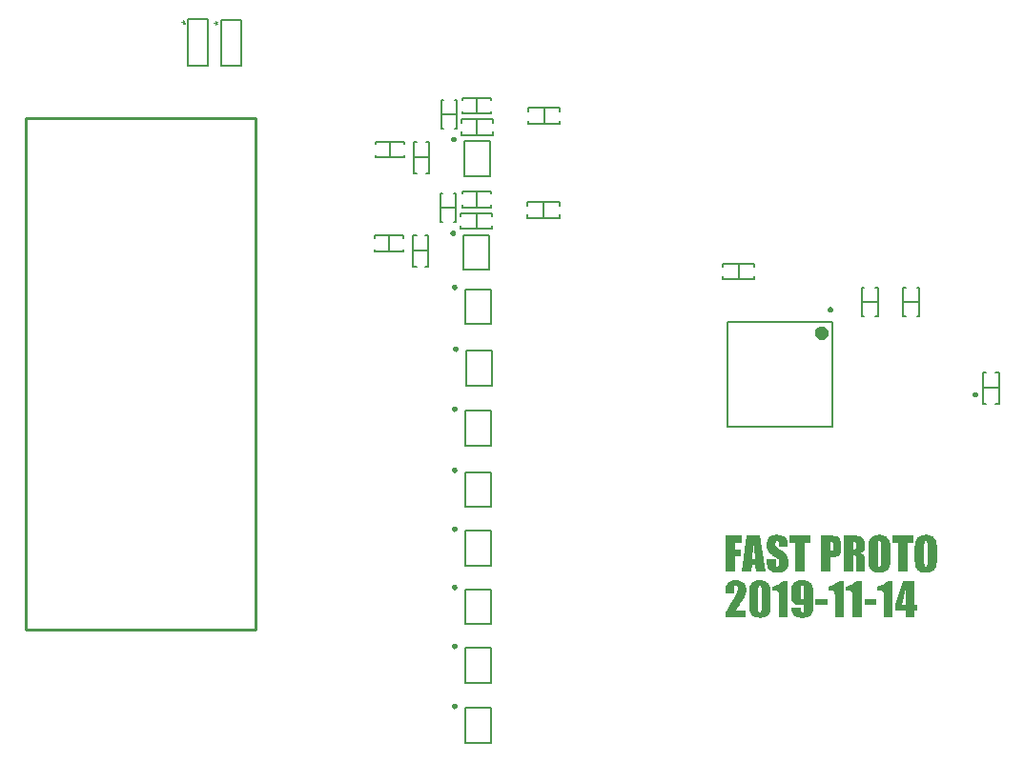
<source format=gto>
%FSTAX23Y23*%
%MOIN*%
%SFA1B1*%

%IPPOS*%
%ADD10C,0.009840*%
%ADD11C,0.023620*%
%ADD12C,0.010000*%
%ADD13C,0.005910*%
%ADD14C,0.007870*%
%LNsg_can_board-1*%
%LPD*%
G36*
X02629Y00838D02*
X02631D01*
X02633Y00837*
X02637Y00837*
X02641Y00836*
X02644Y00835*
X02648Y00834*
X02648*
X02648Y00834*
X02649Y00833*
X02651Y00832*
X02653Y00831*
X02655Y00829*
X02657Y00828*
X02659Y00825*
X0266Y00823*
X0266Y00823*
X0266Y00822*
X02661Y0082*
X02662Y00818*
X02662Y00817*
X02662Y00815*
X02662Y00813*
X02662Y00811*
X02663Y00809*
X02663Y00807*
X02663Y00804*
Y00801*
Y00797*
X02632*
Y00806*
Y00806*
Y00807*
Y00808*
X02632Y00809*
X02632Y00812*
X02631Y00813*
X02631Y00814*
Y00815*
X02631Y00815*
X0263Y00815*
X02629Y00816*
X02628Y00816*
X02627*
X02625Y00816*
X02624Y00815*
X02623Y00815*
X02623Y00814*
Y00814*
X02622Y00813*
X02622Y00813*
X02622Y00812*
X02622Y00811*
X02621Y0081*
X02621Y00808*
Y00806*
Y00806*
Y00805*
X02621Y00804*
Y00803*
X02622Y008*
X02622Y00798*
X02623Y00797*
X02623Y00797*
X02623Y00796*
X02624Y00795*
X02625Y00795*
X02626Y00793*
X02627Y00792*
X02629Y00791*
X02632Y00789*
X02632Y00789*
X02633Y00789*
X02634Y00788*
X02636Y00787*
X02637Y00786*
X02639Y00785*
X02644Y00781*
X02649Y00778*
X02653Y00774*
X02655Y00772*
X02657Y00771*
X02659Y00769*
X0266Y00767*
Y00767*
X0266Y00767*
X0266Y00766*
X02661Y00766*
X02661Y00765*
X02662Y00764*
X02662Y00762*
X02663Y00761*
X02663Y00759*
X02664Y00757*
X02664Y00755*
X02665Y00752*
X02665Y0075*
X02666Y00747*
X02666Y00744*
Y0074*
Y0074*
Y0074*
Y00739*
Y00738*
X02666Y00737*
Y00735*
X02665Y00733*
X02665Y00729*
X02664Y00726*
X02664Y00723*
X02662Y0072*
X02662Y0072*
X02662Y00719*
X02661Y00718*
X0266Y00717*
X02658Y00715*
X02656Y00713*
X02653Y00711*
X0265Y00709*
X0265*
X0265Y00709*
X02649Y00709*
X02648Y00709*
X02647Y00708*
X02644Y00707*
X02641Y00707*
X02637Y00706*
X02633Y00705*
X02629Y00705*
X02627*
X02626Y00705*
X02624*
X02621Y00706*
X02617Y00706*
X02614Y00707*
X0261Y00708*
X02606Y0071*
X02606*
X02606Y0071*
X02605Y00711*
X02603Y00712*
X02601Y00713*
X02599Y00715*
X02597Y00718*
X02595Y0072*
X02594Y00723*
Y00723*
X02594Y00723*
X02593Y00724*
X02593Y00726*
X02592Y00729*
X02592Y00732*
X02591Y00736*
X02591Y0074*
X02591Y00745*
Y00754*
X02622*
Y00738*
Y00737*
Y00737*
Y00735*
X02622Y00734*
X02622Y00732*
X02622Y00731*
X02623Y00729*
X02623Y00729*
X02623Y00728*
X02624Y00728*
X02626Y00727*
X02627Y00727*
X02628Y00727*
X02628*
X02629Y00727*
X02629Y00727*
X02631Y00728*
X02632Y00728*
X02633Y00729*
Y00729*
X02633Y0073*
X02633Y0073*
X02633Y00731*
X02634Y00732*
X02634Y00733*
X02634Y00735*
Y00737*
Y00737*
Y00737*
Y00738*
Y00739*
X02634Y00741*
X02634Y00743*
X02633Y00745*
X02633Y00748*
X02632Y0075*
X02632Y00751*
X02631Y00752*
X02631Y00752*
X0263Y00752*
X02629Y00753*
X02628Y00754*
X02626Y00756*
X02623Y00758*
X02622Y00759*
X0262Y0076*
X02618Y00762*
X02616Y00763*
X02615Y00763*
X02615Y00764*
X02615Y00764*
X02614Y00764*
X02611Y00766*
X02609Y00768*
X02606Y0077*
X02603Y00772*
X02601Y00773*
X026Y00774*
X02599Y00775*
X02599Y00775*
X02598Y00776*
X02598Y00776*
X02597Y00778*
X02596Y00779*
X02595Y00781*
X02594Y00783*
X02593Y00785*
X02592Y00786*
X02592Y00787*
X02592Y00788*
X02591Y0079*
X02591Y00792*
X0259Y00795*
X0259Y00798*
X0259Y00802*
Y00802*
Y00803*
Y00803*
Y00804*
X0259Y00806*
Y00807*
X02591Y0081*
X02591Y00814*
X02592Y00817*
X02592Y0082*
X02593Y00822*
X02594Y00823*
X02594Y00824*
X02594Y00824*
X02595Y00826*
X02597Y00827*
X02598Y00829*
X026Y00831*
X02603Y00832*
X02606Y00834*
X02606*
X02606Y00834*
X02607Y00835*
X02609Y00835*
X02611Y00836*
X02614Y00837*
X02618Y00837*
X02622Y00838*
X02626Y00838*
X02628*
X02629Y00838*
G37*
G36*
X03102Y0081D02*
X03082D01*
Y00708*
X03049*
Y0081*
X03029*
Y00835*
X03102*
Y0081*
G37*
G36*
X02893Y00835D02*
X02896D01*
X02901Y00835*
X02907Y00835*
X02909Y00834*
X02911Y00834*
X02913Y00834*
X02915Y00834*
X02915*
X02916Y00833*
X02918Y00833*
X0292Y00832*
X02922Y0083*
X02924Y00829*
X02926Y00827*
X02929Y00824*
X02929Y00824*
X02929Y00823*
X0293Y00823*
X0293Y00822*
X0293Y00821*
X02931Y0082*
X02931Y00818*
X02932Y00817*
X02932Y00815*
X02933Y00813*
X02933Y00811*
X02933Y00809*
X02934Y00806*
X02934Y00803*
Y00801*
Y008*
Y008*
Y00799*
Y00798*
X02934Y00797*
Y00796*
X02933Y00793*
X02933Y00789*
X02932Y00786*
X02931Y00783*
X02931Y00782*
X0293Y0078*
X0293Y0078*
X02929Y0078*
X02928Y00779*
X02927Y00778*
X02925Y00777*
X02922Y00776*
X02919Y00775*
X02916Y00774*
X02916*
X02916Y00774*
X02916*
X02917Y00774*
X02919Y00773*
X02921Y00773*
X02923Y00772*
X02925Y0077*
X02927Y00769*
X02929Y00768*
X02929Y00768*
X02929Y00767*
X0293Y00766*
X0293Y00765*
X02932Y00763*
X02933Y00762*
X02933Y0076*
Y0076*
X02933Y0076*
X02933Y00758*
X02934Y00757*
Y00756*
Y00754*
X02934Y00753*
Y00751*
X02934Y00749*
Y00747*
Y00744*
Y00741*
Y00708*
X02903*
Y0075*
Y0075*
Y00751*
Y00751*
Y00752*
Y00754*
X02903Y00756*
X02903Y00758*
X02902Y0076*
X02902Y00762*
X02902Y00762*
X02901Y00763*
Y00763*
X02901Y00763*
X02901Y00764*
X029Y00764*
X02899Y00765*
X02897Y00765*
X02895Y00765*
X02893Y00765*
Y00708*
X0286*
Y00835*
X02891*
X02893Y00835*
G37*
G36*
X02817D02*
X0282D01*
X02823Y00835*
X02827Y00834*
X0283Y00834*
X02833Y00833*
X02833Y00833*
X02834Y00833*
X02836Y00832*
X02837Y00832*
X02839Y00831*
X02841Y0083*
X02842Y00828*
X02844Y00827*
X02844Y00827*
X02844Y00826*
X02845Y00825*
X02846Y00824*
X02847Y00823*
X02848Y00821*
X02848Y00819*
X02849Y00817*
Y00817*
X02849Y00816*
X02849Y00815*
X0285Y00813*
X0285Y0081*
X0285Y00807*
X0285Y00804*
Y008*
Y00789*
Y00788*
Y00788*
Y00787*
Y00787*
X0285Y00784*
X0285Y00782*
X0285Y00779*
X02849Y00776*
X02849Y00773*
X02848Y00771*
X02848Y0077*
X02847Y0077*
X02847Y00769*
X02846Y00768*
X02844Y00766*
X02843Y00765*
X02841Y00763*
X02838Y00762*
X02838Y00762*
X02837Y00762*
X02836Y00761*
X02834Y00761*
X02831Y0076*
X02828Y0076*
X02825Y00759*
X02821Y00759*
X02812*
Y00708*
X02779*
Y00835*
X02815*
X02817Y00835*
G37*
G36*
X02743Y0081D02*
X02723D01*
Y00708*
X0269*
Y0081*
X0267*
Y00835*
X02743*
Y0081*
G37*
G36*
X02587Y00708D02*
X02553D01*
X02551Y00731*
X02539*
X02537Y00708*
X02503*
X0252Y00835*
X02568*
X02587Y00708*
G37*
G36*
X02503Y0081D02*
X0248D01*
Y00786*
X025*
Y00761*
X0248*
Y00708*
X02447*
Y00835*
X02503*
Y0081*
G37*
G36*
X0315Y00838D02*
X03153Y00838D01*
X03155Y00837*
X03159Y00836*
X03162Y00836*
X03165Y00834*
X03165*
X03165Y00834*
X03166Y00834*
X03168Y00833*
X0317Y00832*
X03172Y00831*
X03174Y00829*
X03176Y00827*
X03178Y00824*
X03178Y00824*
X03179Y00823*
X0318Y00822*
X03181Y0082*
X03182Y00818*
X03183Y00815*
X03183Y00813*
X03184Y0081*
Y00809*
X03184Y00809*
Y00808*
Y00807*
X03184Y00806*
Y00805*
X03184Y00803*
X03185Y00802*
Y008*
X03185Y00797*
Y00795*
Y00792*
X03185Y00789*
Y00786*
Y00782*
Y0076*
Y0076*
Y0076*
Y00759*
Y00757*
Y00756*
Y00754*
Y00752*
X03185Y0075*
Y00746*
X03185Y00741*
X03184Y00737*
X03184Y00735*
X03184Y00733*
Y00733*
X03184Y00732*
X03184Y0073*
X03183Y00728*
X03182Y00726*
X03181Y00724*
X0318Y00721*
X03178Y00719*
X03178Y00718*
X03177Y00717*
X03176Y00716*
X03175Y00715*
X03173Y00713*
X03171Y00712*
X03168Y0071*
X03165Y00709*
X03165Y00708*
X03164Y00708*
X03162Y00707*
X0316Y00707*
X03157Y00706*
X03154Y00706*
X0315Y00705*
X03147Y00705*
X03145*
X03143Y00705*
X0314Y00705*
X03138Y00706*
X03135Y00707*
X03131Y00707*
X03128Y00708*
X03128Y00709*
X03127Y00709*
X03125Y0071*
X03123Y00711*
X03121Y00712*
X03119Y00714*
X03117Y00716*
X03115Y00718*
X03115Y00719*
X03114Y00719*
X03113Y00721*
X03112Y00723*
X03111Y00725*
X0311Y00727*
X0311Y0073*
X03109Y00733*
Y00733*
Y00733*
Y00734*
X03109Y00734*
Y00735*
X03109Y00736*
Y00738*
Y00739*
X03109Y00741*
Y00743*
X03108Y00745*
Y00748*
X03108Y00751*
Y00754*
Y00757*
Y0076*
Y00782*
Y00782*
Y00783*
Y00784*
Y00785*
Y00787*
Y00789*
Y00791*
X03108Y00793*
Y00797*
X03109Y00802*
X03109Y00806*
Y00808*
X03109Y00809*
Y0081*
Y0081*
X03109Y00811*
X0311Y00812*
X0311Y00814*
X03111Y00817*
X03112Y00819*
X03113Y00821*
X03115Y00824*
X03115Y00824*
X03116Y00825*
X03117Y00826*
X03118Y00828*
X0312Y0083*
X03122Y00831*
X03125Y00833*
X03128Y00834*
X03128*
X03128Y00834*
X03129Y00835*
X03131Y00835*
X03133Y00836*
X03136Y00837*
X03139Y00837*
X03143Y00838*
X03147Y00838*
X03148*
X0315Y00838*
G37*
G36*
X02988D02*
X0299Y00838D01*
X02993Y00837*
X02996Y00836*
X02999Y00836*
X03002Y00834*
X03003*
X03003Y00834*
X03004Y00834*
X03005Y00833*
X03007Y00832*
X03009Y00831*
X03011Y00829*
X03014Y00827*
X03016Y00824*
X03016Y00824*
X03016Y00823*
X03017Y00822*
X03018Y0082*
X03019Y00818*
X0302Y00815*
X03021Y00813*
X03021Y0081*
Y00809*
X03022Y00809*
Y00808*
Y00807*
X03022Y00806*
Y00805*
X03022Y00803*
X03022Y00802*
Y008*
X03022Y00797*
Y00795*
Y00792*
X03022Y00789*
Y00786*
Y00782*
Y0076*
Y0076*
Y0076*
Y00759*
Y00757*
Y00756*
Y00754*
Y00752*
X03022Y0075*
Y00746*
X03022Y00741*
X03022Y00737*
X03022Y00735*
X03022Y00733*
Y00733*
X03021Y00732*
X03021Y0073*
X0302Y00728*
X0302Y00726*
X03019Y00724*
X03017Y00721*
X03016Y00719*
X03016Y00718*
X03015Y00717*
X03014Y00716*
X03012Y00715*
X0301Y00713*
X03008Y00712*
X03006Y0071*
X03003Y00709*
X03002Y00708*
X03001Y00708*
X03Y00707*
X02998Y00707*
X02995Y00706*
X02991Y00706*
X02988Y00705*
X02984Y00705*
X02982*
X0298Y00705*
X02978Y00705*
X02975Y00706*
X02972Y00707*
X02969Y00707*
X02966Y00708*
X02965Y00709*
X02964Y00709*
X02963Y0071*
X02961Y00711*
X02959Y00712*
X02957Y00714*
X02955Y00716*
X02953Y00718*
X02952Y00719*
X02952Y00719*
X02951Y00721*
X0295Y00723*
X02949Y00725*
X02948Y00727*
X02947Y0073*
X02947Y00733*
Y00733*
Y00733*
Y00734*
X02946Y00734*
Y00735*
X02946Y00736*
Y00738*
Y00739*
X02946Y00741*
Y00743*
X02946Y00745*
Y00748*
X02946Y00751*
Y00754*
Y00757*
Y0076*
Y00782*
Y00782*
Y00783*
Y00784*
Y00785*
Y00787*
Y00789*
Y00791*
X02946Y00793*
Y00797*
X02946Y00802*
X02946Y00806*
Y00808*
X02946Y00809*
Y0081*
Y0081*
X02947Y00811*
X02947Y00812*
X02948Y00814*
X02948Y00817*
X02949Y00819*
X0295Y00821*
X02952Y00824*
X02952Y00824*
X02953Y00825*
X02954Y00826*
X02956Y00828*
X02957Y0083*
X0296Y00831*
X02962Y00833*
X02965Y00834*
X02965*
X02965Y00834*
X02967Y00835*
X02968Y00835*
X02971Y00836*
X02973Y00837*
X02977Y00837*
X0298Y00838*
X02984Y00838*
X02986*
X02988Y00838*
G37*
G36*
X02973Y00591D02*
X02932D01*
Y00613*
X02973*
Y00591*
G37*
G36*
X02803D02*
X02761D01*
Y00613*
X02803*
Y00591*
G37*
G36*
X02717Y00679D02*
X02718D01*
X02721Y00679*
X02724Y00679*
X02728Y00678*
X02731Y00677*
X02734Y00676*
X02735*
X02735Y00676*
X02736Y00675*
X02737Y00674*
X02739Y00673*
X02741Y00672*
X02743Y0067*
X02745Y00668*
X02747Y00666*
X02747Y00665*
X02748Y00665*
X02749Y00663*
X0275Y00662*
X0275Y00659*
X02751Y00657*
X02752Y00654*
X02752Y00652*
Y00651*
Y00651*
X02753Y0065*
Y00649*
Y00648*
X02753Y00647*
Y00645*
Y00644*
X02753Y00642*
Y00639*
Y00637*
X02753Y00634*
Y00631*
Y00627*
Y00623*
Y00606*
Y00606*
Y00605*
Y00604*
Y00602*
Y006*
Y00598*
Y00596*
Y00593*
X02753Y00588*
X02753Y00583*
Y00581*
X02753Y00579*
Y00577*
X02752Y00575*
Y00575*
X02752Y00574*
X02752Y00572*
X02752Y0057*
X02751Y00568*
X0275Y00566*
X02749Y00563*
X02747Y00561*
X02747Y0056*
X02746Y00559*
X02745Y00558*
X02744Y00557*
X02742Y00555*
X02739Y00553*
X02737Y00552*
X02734Y0055*
X02733Y0055*
X02732Y0055*
X02731Y00549*
X02728Y00549*
X02726Y00548*
X02722Y00548*
X02719Y00547*
X02715Y00547*
X02713*
X02711Y00547*
X0271*
X02707Y00548*
X02703Y00548*
X027Y00549*
X02696Y0055*
X02693Y00551*
X02692Y00551*
X02691Y00552*
X0269Y00553*
X02688Y00554*
X02686Y00556*
X02684Y00558*
X02682Y00561*
X0268Y00563*
Y00564*
X0268Y00564*
X0268Y00565*
X02679Y00567*
X02679Y00569*
X02678Y00572*
X02677Y00575*
X02677Y00579*
X02677Y00584*
X02709*
Y00583*
Y00583*
Y00582*
Y00581*
Y00579*
Y00577*
Y00575*
X02709Y00573*
Y00572*
Y00572*
Y00572*
X02709Y00571*
X0271Y0057*
X02711Y00568*
X02711Y00568*
X02712Y00568*
X02713Y00567*
X02715Y00567*
X02716*
X02717Y00567*
X02718Y00567*
X02719Y00568*
X02719Y00568*
X0272Y00569*
X02721Y0057*
X02721Y00572*
Y00572*
Y00573*
X02721Y00573*
Y00574*
Y00575*
X02721Y00577*
Y00579*
Y00582*
Y00602*
X02721Y00602*
X02721Y00601*
X0272Y006*
X02719Y00599*
X02719Y00598*
X02717Y00597*
X02716Y00595*
X02714Y00594*
X02714Y00594*
X02713Y00594*
X02712Y00594*
X02711Y00593*
X02709Y00592*
X02707Y00592*
X02705Y00592*
X02702Y00592*
X02701*
X02699Y00592*
X02697Y00592*
X02695Y00593*
X02692Y00594*
X0269Y00595*
X02687Y00596*
X02687Y00596*
X02686Y00597*
X02685Y00598*
X02683Y006*
X02682Y00601*
X02681Y00603*
X02679Y00605*
X02678Y00608*
Y00608*
X02678Y00609*
X02678Y0061*
X02678Y00612*
X02677Y00615*
X02677Y00618*
X02677Y00622*
Y00626*
Y00636*
Y00636*
Y00636*
Y00637*
Y00638*
Y00639*
Y0064*
X02677Y00643*
Y00647*
X02677Y0065*
X02677Y00653*
X02678Y00656*
Y00656*
X02678Y00657*
X02678Y00658*
X02679Y0066*
X0268Y00662*
X0268Y00664*
X02682Y00666*
X02683Y00668*
X02683Y00668*
X02684Y00669*
X02685Y0067*
X02686Y00671*
X02688Y00672*
X0269Y00674*
X02693Y00675*
X02695Y00676*
X02696*
X02696Y00677*
X02697Y00677*
X02699Y00677*
X02701Y00678*
X02703Y00679*
X02706Y00679*
X0271Y00679*
X02714Y0068*
X02716*
X02717Y00679*
G37*
G36*
X03108Y00594D02*
X03117D01*
Y00572*
X03108*
Y0055*
X03076*
Y00572*
X03039*
Y00594*
X03066Y00677*
X03108*
Y00594*
G37*
G36*
X03031Y0055D02*
X02999D01*
Y00618*
Y00618*
Y00619*
Y00619*
Y0062*
Y00621*
Y00623*
Y00626*
X02999Y00629*
X02999Y00632*
Y00633*
X02999Y00634*
Y00635*
X02998Y00636*
Y00636*
X02998Y00636*
X02998Y00637*
X02997Y00638*
X02996Y00639*
X02996Y0064*
X02994Y0064*
X02994*
X02994Y0064*
X02993Y00641*
X02991Y00641*
X0299Y00641*
X02987Y00642*
X02984Y00642*
X02977*
Y00657*
X02977*
X02978Y00657*
X02979Y00657*
X02981Y00658*
X02983Y00658*
X02985Y00659*
X02988Y0066*
X0299Y00661*
X02993Y00662*
X02996Y00664*
X02999Y00666*
X03002Y00668*
X03005Y0067*
X03007Y00672*
X0301Y00674*
X03012Y00677*
X03031*
Y0055*
G37*
G36*
X02922D02*
X0289D01*
Y00618*
Y00618*
Y00619*
Y00619*
Y0062*
Y00621*
Y00623*
Y00626*
X0289Y00629*
X0289Y00632*
Y00633*
X0289Y00634*
Y00635*
X02889Y00636*
Y00636*
X02889Y00636*
X02889Y00637*
X02888Y00638*
X02887Y00639*
X02887Y0064*
X02885Y0064*
X02885*
X02885Y0064*
X02884Y00641*
X02883Y00641*
X02881Y00641*
X02878Y00642*
X02875Y00642*
X02868*
Y00657*
X02869*
X02869Y00657*
X02871Y00657*
X02872Y00658*
X02874Y00658*
X02876Y00659*
X02879Y0066*
X02881Y00661*
X02884Y00662*
X02887Y00664*
X0289Y00666*
X02893Y00668*
X02896Y0067*
X02898Y00672*
X02901Y00674*
X02903Y00677*
X02922*
Y0055*
G37*
G36*
X02861D02*
X02829D01*
Y00618*
Y00618*
Y00619*
Y00619*
Y0062*
Y00621*
Y00623*
Y00626*
X02829Y00629*
X02828Y00632*
Y00633*
X02828Y00634*
Y00635*
X02828Y00636*
Y00636*
X02828Y00636*
X02827Y00637*
X02827Y00638*
X02826Y00639*
X02825Y0064*
X02824Y0064*
X02824*
X02823Y0064*
X02822Y00641*
X02821Y00641*
X02819Y00641*
X02817Y00642*
X02814Y00642*
X02807*
Y00657*
X02807*
X02808Y00657*
X02809Y00657*
X02811Y00658*
X02813Y00658*
X02815Y00659*
X02817Y0066*
X0282Y00661*
X02823Y00662*
X02826Y00664*
X02828Y00666*
X02831Y00668*
X02834Y0067*
X02837Y00672*
X0284Y00674*
X02842Y00677*
X02861*
Y0055*
G37*
G36*
X02664D02*
X02633D01*
Y00618*
Y00618*
Y00619*
Y00619*
Y0062*
Y00621*
Y00623*
Y00626*
X02632Y00629*
X02632Y00632*
Y00633*
X02632Y00634*
Y00635*
X02632Y00636*
Y00636*
X02632Y00636*
X02631Y00637*
X02631Y00638*
X0263Y00639*
X02629Y0064*
X02628Y0064*
X02628*
X02627Y0064*
X02626Y00641*
X02625Y00641*
X02623Y00641*
X02621Y00642*
X02618Y00642*
X02611*
Y00657*
X02611*
X02612Y00657*
X02613Y00657*
X02615Y00658*
X02616Y00658*
X02619Y00659*
X02621Y0066*
X02624Y00661*
X02627Y00662*
X02629Y00664*
X02632Y00666*
X02635Y00668*
X02638Y0067*
X02641Y00672*
X02643Y00674*
X02646Y00677*
X02664*
Y0055*
G37*
G36*
X02484Y00679D02*
X02486Y00679D01*
X02488Y00679*
X0249Y00679*
X02492Y00678*
X02496Y00677*
X02501Y00676*
X02504Y00674*
X02506Y00673*
X02508Y00672*
X0251Y0067*
X0251Y0067*
X0251Y0067*
X02511Y00669*
X02511Y00668*
X02512Y00668*
X02513Y00666*
X02515Y00664*
X02516Y0066*
X02518Y00656*
X02519Y00651*
X02519Y00649*
X0252Y00646*
Y00646*
Y00646*
Y00645*
Y00644*
X02519Y00643*
X02519Y00642*
X02519Y00639*
X02518Y00636*
X02517Y00632*
X02516Y00628*
X02514Y00623*
Y00623*
X02514Y00623*
X02513Y00622*
X02513Y00621*
X02512Y00619*
X02511Y00617*
X0251Y00615*
X02508Y00612*
X02506Y00609*
X02504Y00605*
X02501Y00601*
X02498Y00596*
X02495Y00591*
X02491Y00585*
X02486Y00578*
X02482Y00571*
X02517*
Y0055*
X02447*
Y00568*
X02447Y00568*
X02447Y00568*
X02447Y00569*
X02448Y0057*
X02449Y00571*
X0245Y00573*
X02451Y00574*
X02452Y00576*
X02454Y0058*
X02457Y00584*
X0246Y0059*
X02463Y00595*
X02469Y00605*
X02472Y00611*
X02475Y00616*
X02478Y0062*
X0248Y00624*
X02481Y00626*
X02482Y00628*
X02483Y00629*
X02484Y00631*
Y00631*
X02484Y00631*
X02484Y00632*
X02484Y00633*
X02485Y00634*
X02485Y00635*
X02487Y00637*
X02488Y00641*
X02489Y00644*
X02489Y00647*
X0249Y00649*
Y0065*
Y0065*
Y00651*
X02489Y00652*
X02489Y00655*
X02488Y00656*
X02488Y00657*
Y00657*
X02487Y00658*
X02486Y00659*
X02485Y0066*
X02484Y0066*
X02482Y0066*
X02482*
X02481Y0066*
X0248Y0066*
X02479Y00659*
X02478Y00659*
X02478Y00658*
X02477Y00657*
Y00657*
X02477Y00656*
X02476Y00656*
X02476Y00654*
X02476Y00653*
X02475Y00651*
X02475Y00649*
Y00646*
Y00634*
X02447*
Y00638*
Y00638*
Y00639*
Y00639*
Y0064*
Y00642*
X02447Y00644*
Y00647*
X02447Y0065*
X02447Y00653*
X02448Y00655*
Y00656*
X02448Y00656*
X02448Y00658*
X02449Y00659*
X0245Y00661*
X02451Y00663*
X02452Y00665*
X02453Y00667*
X02453Y00668*
X02454Y00668*
X02455Y00669*
X02456Y00671*
X02458Y00672*
X0246Y00674*
X02462Y00675*
X02464Y00676*
X02465Y00677*
X02466Y00677*
X02467Y00677*
X02469Y00678*
X02471Y00679*
X02474Y00679*
X02478Y00679*
X02481Y0068*
X02483*
X02484Y00679*
G37*
G36*
X0257D02*
X02572Y00679D01*
X02575Y00679*
X02578Y00678*
X02581Y00677*
X02584Y00676*
X02585*
X02585Y00676*
X02586Y00675*
X02587Y00674*
X02589Y00673*
X02591Y00672*
X02593Y0067*
X02595Y00669*
X02597Y00667*
X02597Y00667*
X02598Y00666*
X02598Y00665*
X02599Y00663*
X026Y00662*
X02601Y0066*
X02602Y00657*
X02602Y00655*
Y00655*
X02603Y00654*
X02603Y00652*
X02603Y0065*
X02604Y00647*
X02604Y00643*
Y00641*
X02604Y00639*
Y00637*
Y00634*
Y00591*
Y00591*
Y00591*
Y0059*
Y00589*
Y00588*
Y00586*
X02604Y00583*
X02604Y0058*
X02603Y00576*
X02603Y00573*
X02602Y0057*
Y0057*
X02602Y00569*
X02602Y00568*
X02601Y00566*
X026Y00564*
X02599Y00562*
X02597Y0056*
X02596Y00558*
X02596Y00558*
X02595Y00557*
X02594Y00556*
X02592Y00555*
X02591Y00553*
X02589Y00552*
X02586Y00551*
X02584Y0055*
X02583Y00549*
X02582Y00549*
X02581Y00549*
X02579Y00549*
X02577Y00548*
X02574Y00548*
X02571Y00547*
X02568Y00547*
X02566*
X02564Y00547*
X02562Y00548*
X02559Y00548*
X02555Y00548*
X02552Y00549*
X02549Y0055*
X02549Y0055*
X02548Y0055*
X02547Y00551*
X02545Y00552*
X02543Y00553*
X02541Y00554*
X02539Y00556*
X02537Y00558*
X02537Y00558*
X02536Y00559*
X02536Y0056*
X02535Y00562*
X02534Y00563*
X02533Y00565*
X02532Y00568*
X02531Y0057*
Y0057*
X02531Y00571*
X0253Y00573*
X0253Y00575*
X0253Y00577*
X02529Y00581*
X02529Y00585*
Y00589*
Y00634*
Y00634*
Y00635*
Y00635*
Y00637*
X02529Y00638*
Y0064*
X02529Y00644*
X0253Y00648*
X0253Y00652*
X02531Y00657*
X02531Y00658*
X02532Y0066*
Y0066*
X02532Y00661*
X02533Y00662*
X02533Y00663*
X02535Y00665*
X02536Y00668*
X02538Y0067*
X02541Y00672*
X02544Y00674*
X02544*
X02544Y00674*
X02545Y00675*
X02546Y00675*
X02547Y00676*
X0255Y00677*
X02553Y00678*
X02557Y00679*
X02561Y00679*
X02566Y0068*
X02568*
X0257Y00679*
G37*
G36*
X00666Y02637D02*
X00666Y02637D01*
X00666Y02636*
X00666Y02636*
X00666Y02636*
X00666Y02636*
X00666Y02635*
X00667Y02634*
X00667Y02633*
X00667Y02631*
X00667Y0263*
X00667Y0263*
X00668Y0263*
X00668Y02631*
X00668Y02631*
X00669Y02632*
X0067Y02633*
X00671Y02634*
X00672Y02635*
X00674Y02632*
X00674Y02632*
X00674Y02631*
X00674Y02631*
X00673Y02631*
X00672Y0263*
X00671Y02629*
X0067Y02629*
X00669Y02628*
X00669*
X00669Y02628*
X00669Y02628*
X00669Y02628*
X0067Y02627*
X00671Y02627*
X00672Y02626*
X00673Y02626*
X00674Y02625*
X00674Y02625*
X00672Y02622*
X00672Y02622*
X00672Y02622*
X00672Y02622*
X00672Y02622*
X00671Y02623*
X0067Y02623*
X00669Y02624*
X00669Y02625*
X00668Y02625*
X00667Y02626*
X00667Y02626*
Y02626*
X00667Y02626*
Y02626*
X00667Y02625*
X00667Y02625*
X00667Y02625*
X00667Y02624*
X00667Y02623*
X00666Y02622*
X00666Y0262*
X00662Y02621*
Y02621*
X00662Y02621*
X00662Y02621*
X00662Y02621*
X00662Y02622*
X00663Y02622*
X00663Y02623*
X00663Y02624*
X00664Y02625*
X00664Y02626*
X00665Y02627*
X00665*
X00664*
X00664Y02627*
X00664*
X00663Y02627*
X00663Y02627*
X00662Y02626*
X00661Y02626*
X0066Y02626*
X00659Y02626*
X00658*
X00658*
Y0263*
X00658*
X00658*
X00658*
X00658*
X00659Y0263*
X0066Y0263*
X00661Y0263*
X00662Y0263*
X00663Y0263*
X00665Y02629*
Y02629*
X00665Y02629*
X00664Y0263*
X00664Y0263*
X00664Y0263*
X00664Y02631*
X00663Y02632*
X00663Y02633*
X00662Y02634*
X00662Y02636*
X00666Y02637*
Y02637*
G37*
G36*
X00552Y02639D02*
X00552Y02639D01*
X00552Y02638*
X00552Y02638*
X00552Y02638*
X00552Y02637*
X00552Y02637*
X00553Y02636*
X00553Y02635*
X00553Y02633*
X00553Y02632*
X00553Y02632*
X00554Y02632*
X00554Y02633*
X00554Y02633*
X00555Y02634*
X00556Y02635*
X00557Y02636*
X00558Y02637*
X0056Y02634*
X0056Y02633*
X0056Y02633*
X00559Y02633*
X00559Y02632*
X00558Y02632*
X00557Y02631*
X00556Y02631*
X00555Y0263*
X00555*
X00555Y0263*
X00555Y0263*
X00555Y0263*
X00556Y02629*
X00557Y02629*
X00558Y02628*
X00559Y02628*
X0056Y02627*
X0056Y02627*
X00558Y02623*
X00558Y02624*
X00558Y02624*
X00558Y02624*
X00558Y02624*
X00557Y02624*
X00556Y02625*
X00555Y02626*
X00555Y02627*
X00554Y02627*
X00553Y02628*
X00553Y02628*
Y02628*
X00553Y02628*
Y02627*
X00553Y02627*
X00553Y02627*
X00553Y02627*
X00553Y02626*
X00553Y02625*
X00552Y02624*
X00552Y02621*
X00548Y02623*
Y02623*
X00548Y02623*
X00548Y02623*
X00548Y02623*
X00548Y02624*
X00549Y02624*
X00549Y02625*
X00549Y02626*
X0055Y02627*
X0055Y02628*
X00551Y02629*
X00551*
X0055*
X0055Y02629*
X0055*
X00549Y02629*
X00549Y02628*
X00548Y02628*
X00547Y02628*
X00546Y02628*
X00545Y02628*
X00544*
X00544*
Y02632*
X00544*
X00544*
X00544*
X00544*
X00545Y02632*
X00546Y02632*
X00547Y02632*
X00548Y02632*
X00549Y02631*
X00551Y02631*
Y02631*
X00551Y02631*
X0055Y02632*
X0055Y02632*
X0055Y02632*
X0055Y02633*
X00549Y02634*
X00549Y02635*
X00548Y02636*
X00548Y02637*
X00552Y02639*
Y02639*
G37*
%LNsg_can_board-2*%
%LPC*%
G36*
X02895Y00813D02*
X02893D01*
Y00785*
X02895*
X02896Y00785*
X02899Y00786*
X029Y00786*
X02901Y00787*
X02901*
X02901Y00787*
X02901Y00788*
X02902Y00789*
X02902Y0079*
X02903Y00791*
X02903Y00794*
X02903Y00797*
Y00804*
Y00804*
Y00805*
X02903Y00806*
X02903Y00807*
X02902Y00809*
X02901Y00811*
X02901Y00811*
X02901Y00812*
X029Y00812*
X029Y00812*
X02899Y00813*
X02898Y00813*
X02897Y00813*
X02895Y00813*
G37*
G36*
X02814D02*
X02812D01*
Y00781*
X02815*
X02816Y00781*
X02817Y00781*
X02819Y00782*
X0282Y00782*
X02821Y00783*
Y00783*
X02821Y00784*
X02821Y00784*
X02822Y00785*
X02822Y00787*
X02822Y00788*
X02823Y0079*
Y00793*
Y00803*
Y00803*
Y00804*
X02822Y00805*
Y00806*
X02822Y00809*
X02821Y00811*
X0282Y00811*
X0282Y00812*
X0282Y00812*
X02819Y00812*
X02819Y00813*
X02817Y00813*
X02816Y00813*
X02814Y00813*
G37*
G36*
X02545Y00807D02*
Y00807D01*
Y00807*
X02545Y00806*
Y00805*
X02545Y00803*
X02545Y00801*
X02544Y00798*
X02544Y00794*
X02543Y00791*
X02543Y00787*
X02542Y00782*
X02542Y00778*
X02541Y00769*
X0254Y00764*
X0254Y0076*
X02539Y00757*
X02539Y00753*
X0255*
Y00754*
X0255Y00754*
Y00756*
X0255Y00757*
X0255Y00759*
X02549Y00762*
X02549Y00765*
X02549Y00768*
X02549Y00772*
X02548Y00776*
X02548Y0078*
X02547Y00785*
X02547Y0079*
X02546Y00795*
X02546Y00801*
X02545Y00807*
G37*
G36*
X03147Y00816D02*
X03146D01*
X03145Y00816*
X03144Y00815*
X03143Y00815*
X03143Y00814*
Y00814*
X03143Y00814*
X03142Y00813*
X03142Y00812*
X03142Y0081*
X03142Y00808*
X03141Y00806*
Y00804*
Y00802*
Y00743*
Y00743*
Y00742*
Y00742*
Y00741*
Y00739*
X03142Y00737*
Y00735*
X03142Y00732*
X03142Y0073*
Y0073*
X03142Y00729*
Y00729*
X03142Y00729*
X03143Y00728*
X03144Y00727*
X03144Y00727*
X03145Y00727*
X03147Y00727*
X03147*
X03148Y00727*
X03149Y00727*
X0315Y00728*
X0315Y00729*
X03151Y00729*
Y0073*
X03151Y0073*
X03151Y00731*
X03151Y00732*
X03151Y00734*
X03152Y00737*
X03152Y0074*
Y00742*
Y00744*
Y00802*
Y00803*
Y00803*
Y00804*
Y00805*
X03152Y00807*
Y00809*
X03151Y00811*
X03151Y00813*
X03151Y00814*
Y00814*
X03151Y00814*
X0315Y00815*
X03149Y00816*
X03148Y00816*
X03147Y00816*
G37*
G36*
X02984D02*
X02984D01*
X02983Y00816*
X02981Y00815*
X02981Y00815*
X0298Y00814*
Y00814*
X0298Y00814*
X0298Y00813*
X0298Y00812*
X02979Y0081*
X02979Y00808*
X02979Y00806*
Y00804*
Y00802*
Y00743*
Y00743*
Y00742*
Y00742*
Y00741*
Y00739*
X02979Y00737*
Y00735*
X02979Y00732*
X02979Y0073*
Y0073*
X0298Y00729*
Y00729*
X0298Y00729*
X02981Y00728*
X02981Y00727*
X02982Y00727*
X02983Y00727*
X02984Y00727*
X02985*
X02986Y00727*
X02987Y00727*
X02987Y00728*
X02988Y00729*
X02988Y00729*
Y0073*
X02988Y0073*
X02989Y00731*
X02989Y00732*
X02989Y00734*
X02989Y00737*
X02989Y0074*
Y00742*
Y00744*
Y00802*
Y00803*
Y00803*
Y00804*
Y00805*
X02989Y00807*
Y00809*
X02989Y00811*
X02989Y00813*
X02988Y00814*
Y00814*
X02988Y00814*
X02987Y00815*
X02986Y00816*
X02985Y00816*
X02984Y00816*
G37*
G36*
X02715Y0066D02*
X02715D01*
X02714Y0066*
X02712Y00659*
X02711Y00658*
X02711Y00658*
Y00658*
X0271Y00657*
X0271Y00657*
X0271Y00656*
X02709Y00654*
X02709Y00652*
X02709Y0065*
X02709Y00647*
Y00623*
Y00623*
Y00622*
X02709Y00621*
Y00619*
X02709Y00617*
X0271Y00616*
X0271Y00614*
X02711Y00613*
X02711*
X02711Y00613*
X02712Y00612*
X02713Y00612*
X02715Y00611*
X02715*
X02716Y00612*
X02717Y00612*
X02718Y00613*
X02719Y00613*
X0272Y00614*
Y00614*
X0272Y00614*
X0272Y00615*
X02721Y00616*
X02721Y00617*
X02721Y00619*
X02721Y00621*
Y00623*
Y00646*
Y00646*
Y00647*
Y00647*
Y00649*
X02721Y00651*
X02721Y00653*
X02721Y00654*
X0272Y00656*
X0272Y00657*
Y00657*
X02719Y00658*
X02719Y00659*
X02717Y0066*
X02716Y0066*
X02715Y0066*
G37*
G36*
X03076Y00648D02*
X03062Y00594D01*
X03076*
Y00648*
G37*
G36*
X02567Y0066D02*
X02566D01*
X02566Y0066*
X02565Y0066*
X02564Y00659*
X02563Y00659*
X02563Y00658*
X02562Y00657*
Y00657*
X02562Y00657*
X02562Y00656*
X02562Y00655*
X02561Y00653*
X02561Y00651*
X02561Y00648*
Y00645*
Y00582*
Y00582*
Y00582*
Y00581*
Y00581*
Y00579*
X02561Y00577*
Y00574*
X02561Y00572*
X02562Y0057*
X02562Y0057*
X02562Y00569*
X02562Y00569*
X02563Y00568*
X02564Y00568*
X02564Y00567*
X02565Y00567*
X02566Y00567*
X02567*
X02568Y00567*
X02568Y00567*
X0257Y00568*
X0257Y00569*
X02571Y0057*
Y0057*
X02571Y0057*
X02571Y00571*
X02572Y00572*
X02572Y00574*
X02572Y00576*
X02572Y00578*
Y00582*
Y00645*
Y00645*
Y00645*
Y00645*
Y00646*
Y00648*
X02572Y0065*
Y00652*
X02572Y00654*
X02571Y00656*
X02571Y00657*
Y00657*
X02571Y00658*
X0257Y00659*
X0257Y00659*
X02569Y0066*
X02568Y0066*
X02567Y0066*
G37*
%LNsg_can_board-3*%
%LPD*%
G54D10*
X03323Y0133D02*
D01*
X03323Y0133*
X03323Y0133*
X03323Y01331*
X03323Y01331*
X03323Y01331*
X03323Y01332*
X03323Y01332*
X03323Y01332*
X03322Y01332*
X03322Y01333*
X03322Y01333*
X03322Y01333*
X03321Y01333*
X03321Y01334*
X03321Y01334*
X03321Y01334*
X0332Y01334*
X0332Y01334*
X0332Y01334*
X03319Y01334*
X03319Y01334*
X03319Y01334*
X03318*
X03318Y01334*
X03318Y01334*
X03317Y01334*
X03317Y01334*
X03317Y01334*
X03316Y01334*
X03316Y01334*
X03316Y01334*
X03315Y01333*
X03315Y01333*
X03315Y01333*
X03315Y01333*
X03314Y01332*
X03314Y01332*
X03314Y01332*
X03314Y01332*
X03314Y01331*
X03314Y01331*
X03314Y01331*
X03314Y0133*
X03313Y0133*
X03313Y0133*
X03313Y01329*
X03314Y01329*
X03314Y01328*
X03314Y01328*
X03314Y01328*
X03314Y01327*
X03314Y01327*
X03314Y01327*
X03314Y01327*
X03315Y01326*
X03315Y01326*
X03315Y01326*
X03315Y01326*
X03316Y01325*
X03316Y01325*
X03316Y01325*
X03317Y01325*
X03317Y01325*
X03317Y01325*
X03318Y01325*
X03318Y01325*
X03318Y01325*
X03319*
X03319Y01325*
X03319Y01325*
X0332Y01325*
X0332Y01325*
X0332Y01325*
X03321Y01325*
X03321Y01325*
X03321Y01325*
X03321Y01326*
X03322Y01326*
X03322Y01326*
X03322Y01326*
X03322Y01327*
X03323Y01327*
X03323Y01327*
X03323Y01327*
X03323Y01328*
X03323Y01328*
X03323Y01328*
X03323Y01329*
X03323Y01329*
X03323Y0133*
X02817Y01626D02*
D01*
X02817Y01627*
X02817Y01627*
X02817Y01627*
X02816Y01628*
X02816Y01628*
X02816Y01628*
X02816Y01629*
X02816Y01629*
X02816Y01629*
X02815Y0163*
X02815Y0163*
X02815Y0163*
X02815Y0163*
X02814Y0163*
X02814Y01631*
X02814Y01631*
X02814Y01631*
X02813Y01631*
X02813Y01631*
X02813Y01631*
X02812Y01631*
X02812Y01631*
X02812*
X02811Y01631*
X02811Y01631*
X02811Y01631*
X0281Y01631*
X0281Y01631*
X0281Y01631*
X02809Y01631*
X02809Y0163*
X02809Y0163*
X02808Y0163*
X02808Y0163*
X02808Y0163*
X02808Y01629*
X02808Y01629*
X02807Y01629*
X02807Y01628*
X02807Y01628*
X02807Y01628*
X02807Y01627*
X02807Y01627*
X02807Y01627*
X02807Y01626*
X02807Y01626*
X02807Y01626*
X02807Y01625*
X02807Y01625*
X02807Y01625*
X02807Y01624*
X02807Y01624*
X02808Y01624*
X02808Y01623*
X02808Y01623*
X02808Y01623*
X02808Y01623*
X02809Y01622*
X02809Y01622*
X02809Y01622*
X0281Y01622*
X0281Y01622*
X0281Y01622*
X02811Y01622*
X02811Y01622*
X02811Y01621*
X02812Y01621*
X02812*
X02812Y01621*
X02813Y01622*
X02813Y01622*
X02813Y01622*
X02814Y01622*
X02814Y01622*
X02814Y01622*
X02814Y01622*
X02815Y01622*
X02815Y01623*
X02815Y01623*
X02815Y01623*
X02816Y01623*
X02816Y01624*
X02816Y01624*
X02816Y01624*
X02816Y01625*
X02816Y01625*
X02817Y01625*
X02817Y01626*
X02817Y01626*
X02817Y01626*
X01503Y01704D02*
D01*
X01502Y01705*
X01502Y01705*
X01502Y01705*
X01502Y01706*
X01502Y01706*
X01502Y01706*
X01502Y01707*
X01502Y01707*
X01502Y01707*
X01501Y01708*
X01501Y01708*
X01501Y01708*
X01501Y01708*
X015Y01708*
X015Y01709*
X015Y01709*
X01499Y01709*
X01499Y01709*
X01499Y01709*
X01498Y01709*
X01498Y01709*
X01498Y01709*
X01497*
X01497Y01709*
X01497Y01709*
X01496Y01709*
X01496Y01709*
X01496Y01709*
X01495Y01709*
X01495Y01709*
X01495Y01708*
X01495Y01708*
X01494Y01708*
X01494Y01708*
X01494Y01708*
X01494Y01707*
X01493Y01707*
X01493Y01707*
X01493Y01706*
X01493Y01706*
X01493Y01706*
X01493Y01705*
X01493Y01705*
X01493Y01705*
X01493Y01704*
X01493Y01704*
X01493Y01704*
X01493Y01703*
X01493Y01703*
X01493Y01703*
X01493Y01702*
X01493Y01702*
X01493Y01702*
X01494Y01701*
X01494Y01701*
X01494Y01701*
X01494Y01701*
X01495Y01701*
X01495Y017*
X01495Y017*
X01495Y017*
X01496Y017*
X01496Y017*
X01496Y017*
X01497Y017*
X01497Y01699*
X01497Y01699*
X01498*
X01498Y01699*
X01498Y017*
X01499Y017*
X01499Y017*
X01499Y017*
X015Y017*
X015Y017*
X015Y017*
X01501Y01701*
X01501Y01701*
X01501Y01701*
X01501Y01701*
X01502Y01701*
X01502Y01702*
X01502Y01702*
X01502Y01702*
X01502Y01703*
X01502Y01703*
X01502Y01703*
X01502Y01704*
X01502Y01704*
X01503Y01704*
X01508Y01489D02*
D01*
X01507Y0149*
X01507Y0149*
X01507Y0149*
X01507Y01491*
X01507Y01491*
X01507Y01491*
X01507Y01492*
X01507Y01492*
X01507Y01492*
X01506Y01493*
X01506Y01493*
X01506Y01493*
X01506Y01493*
X01505Y01493*
X01505Y01494*
X01505Y01494*
X01504Y01494*
X01504Y01494*
X01504Y01494*
X01503Y01494*
X01503Y01494*
X01503Y01494*
X01502*
X01502Y01494*
X01502Y01494*
X01501Y01494*
X01501Y01494*
X01501Y01494*
X015Y01494*
X015Y01494*
X015Y01493*
X015Y01493*
X01499Y01493*
X01499Y01493*
X01499Y01493*
X01499Y01492*
X01498Y01492*
X01498Y01492*
X01498Y01491*
X01498Y01491*
X01498Y01491*
X01498Y0149*
X01498Y0149*
X01498Y0149*
X01498Y01489*
X01498Y01489*
X01498Y01489*
X01498Y01488*
X01498Y01488*
X01498Y01488*
X01498Y01487*
X01498Y01487*
X01498Y01487*
X01499Y01486*
X01499Y01486*
X01499Y01486*
X01499Y01486*
X015Y01486*
X015Y01485*
X015Y01485*
X015Y01485*
X01501Y01485*
X01501Y01485*
X01501Y01485*
X01502Y01485*
X01502Y01484*
X01502Y01484*
X01503*
X01503Y01484*
X01503Y01485*
X01504Y01485*
X01504Y01485*
X01504Y01485*
X01505Y01485*
X01505Y01485*
X01505Y01485*
X01506Y01486*
X01506Y01486*
X01506Y01486*
X01506Y01486*
X01507Y01486*
X01507Y01487*
X01507Y01487*
X01507Y01487*
X01507Y01488*
X01507Y01488*
X01507Y01488*
X01507Y01489*
X01507Y01489*
X01508Y01489*
X01503Y01279D02*
D01*
X01502Y0128*
X01502Y0128*
X01502Y0128*
X01502Y01281*
X01502Y01281*
X01502Y01281*
X01502Y01282*
X01502Y01282*
X01502Y01282*
X01501Y01283*
X01501Y01283*
X01501Y01283*
X01501Y01283*
X015Y01283*
X015Y01284*
X015Y01284*
X01499Y01284*
X01499Y01284*
X01499Y01284*
X01498Y01284*
X01498Y01284*
X01498Y01284*
X01497*
X01497Y01284*
X01497Y01284*
X01496Y01284*
X01496Y01284*
X01496Y01284*
X01495Y01284*
X01495Y01284*
X01495Y01283*
X01495Y01283*
X01494Y01283*
X01494Y01283*
X01494Y01283*
X01494Y01282*
X01493Y01282*
X01493Y01282*
X01493Y01281*
X01493Y01281*
X01493Y01281*
X01493Y0128*
X01493Y0128*
X01493Y0128*
X01493Y01279*
X01493Y01279*
X01493Y01279*
X01493Y01278*
X01493Y01278*
X01493Y01278*
X01493Y01277*
X01493Y01277*
X01493Y01277*
X01494Y01276*
X01494Y01276*
X01494Y01276*
X01494Y01276*
X01495Y01276*
X01495Y01275*
X01495Y01275*
X01495Y01275*
X01496Y01275*
X01496Y01275*
X01496Y01275*
X01497Y01275*
X01497Y01274*
X01497Y01274*
X01498*
X01498Y01274*
X01498Y01275*
X01499Y01275*
X01499Y01275*
X01499Y01275*
X015Y01275*
X015Y01275*
X015Y01275*
X01501Y01276*
X01501Y01276*
X01501Y01276*
X01501Y01276*
X01502Y01276*
X01502Y01277*
X01502Y01277*
X01502Y01277*
X01502Y01278*
X01502Y01278*
X01502Y01278*
X01502Y01279*
X01502Y01279*
X01503Y01279*
Y01064D02*
D01*
X01502Y01065*
X01502Y01065*
X01502Y01065*
X01502Y01066*
X01502Y01066*
X01502Y01066*
X01502Y01067*
X01502Y01067*
X01502Y01067*
X01501Y01068*
X01501Y01068*
X01501Y01068*
X01501Y01068*
X015Y01068*
X015Y01069*
X015Y01069*
X01499Y01069*
X01499Y01069*
X01499Y01069*
X01498Y01069*
X01498Y01069*
X01498Y01069*
X01497*
X01497Y01069*
X01497Y01069*
X01496Y01069*
X01496Y01069*
X01496Y01069*
X01495Y01069*
X01495Y01069*
X01495Y01068*
X01495Y01068*
X01494Y01068*
X01494Y01068*
X01494Y01068*
X01494Y01067*
X01493Y01067*
X01493Y01067*
X01493Y01066*
X01493Y01066*
X01493Y01066*
X01493Y01065*
X01493Y01065*
X01493Y01065*
X01493Y01064*
X01493Y01064*
X01493Y01064*
X01493Y01063*
X01493Y01063*
X01493Y01063*
X01493Y01062*
X01493Y01062*
X01493Y01062*
X01494Y01061*
X01494Y01061*
X01494Y01061*
X01494Y01061*
X01495Y01061*
X01495Y0106*
X01495Y0106*
X01495Y0106*
X01496Y0106*
X01496Y0106*
X01496Y0106*
X01497Y0106*
X01497Y01059*
X01497Y01059*
X01498*
X01498Y01059*
X01498Y0106*
X01499Y0106*
X01499Y0106*
X01499Y0106*
X015Y0106*
X015Y0106*
X015Y0106*
X01501Y01061*
X01501Y01061*
X01501Y01061*
X01501Y01061*
X01502Y01061*
X01502Y01062*
X01502Y01062*
X01502Y01062*
X01502Y01063*
X01502Y01063*
X01502Y01063*
X01502Y01064*
X01502Y01064*
X01503Y01064*
Y00859D02*
D01*
X01502Y0086*
X01502Y0086*
X01502Y0086*
X01502Y00861*
X01502Y00861*
X01502Y00861*
X01502Y00862*
X01502Y00862*
X01502Y00862*
X01501Y00863*
X01501Y00863*
X01501Y00863*
X01501Y00863*
X015Y00863*
X015Y00864*
X015Y00864*
X01499Y00864*
X01499Y00864*
X01499Y00864*
X01498Y00864*
X01498Y00864*
X01498Y00864*
X01497*
X01497Y00864*
X01497Y00864*
X01496Y00864*
X01496Y00864*
X01496Y00864*
X01495Y00864*
X01495Y00864*
X01495Y00863*
X01495Y00863*
X01494Y00863*
X01494Y00863*
X01494Y00863*
X01494Y00862*
X01493Y00862*
X01493Y00862*
X01493Y00861*
X01493Y00861*
X01493Y00861*
X01493Y0086*
X01493Y0086*
X01493Y0086*
X01493Y00859*
X01493Y00859*
X01493Y00859*
X01493Y00858*
X01493Y00858*
X01493Y00858*
X01493Y00857*
X01493Y00857*
X01493Y00857*
X01494Y00856*
X01494Y00856*
X01494Y00856*
X01494Y00856*
X01495Y00856*
X01495Y00855*
X01495Y00855*
X01495Y00855*
X01496Y00855*
X01496Y00855*
X01496Y00855*
X01497Y00855*
X01497Y00854*
X01497Y00854*
X01498*
X01498Y00854*
X01498Y00855*
X01499Y00855*
X01499Y00855*
X01499Y00855*
X015Y00855*
X015Y00855*
X015Y00855*
X01501Y00856*
X01501Y00856*
X01501Y00856*
X01501Y00856*
X01502Y00856*
X01502Y00857*
X01502Y00857*
X01502Y00857*
X01502Y00858*
X01502Y00858*
X01502Y00858*
X01502Y00859*
X01502Y00859*
X01503Y00859*
Y00654D02*
D01*
X01502Y00655*
X01502Y00655*
X01502Y00655*
X01502Y00656*
X01502Y00656*
X01502Y00656*
X01502Y00657*
X01502Y00657*
X01502Y00657*
X01501Y00658*
X01501Y00658*
X01501Y00658*
X01501Y00658*
X015Y00658*
X015Y00659*
X015Y00659*
X01499Y00659*
X01499Y00659*
X01499Y00659*
X01498Y00659*
X01498Y00659*
X01498Y00659*
X01497*
X01497Y00659*
X01497Y00659*
X01496Y00659*
X01496Y00659*
X01496Y00659*
X01495Y00659*
X01495Y00659*
X01495Y00658*
X01495Y00658*
X01494Y00658*
X01494Y00658*
X01494Y00658*
X01494Y00657*
X01493Y00657*
X01493Y00657*
X01493Y00656*
X01493Y00656*
X01493Y00656*
X01493Y00655*
X01493Y00655*
X01493Y00655*
X01493Y00654*
X01493Y00654*
X01493Y00654*
X01493Y00653*
X01493Y00653*
X01493Y00653*
X01493Y00652*
X01493Y00652*
X01493Y00652*
X01494Y00651*
X01494Y00651*
X01494Y00651*
X01494Y00651*
X01495Y00651*
X01495Y0065*
X01495Y0065*
X01495Y0065*
X01496Y0065*
X01496Y0065*
X01496Y0065*
X01497Y0065*
X01497Y00649*
X01497Y00649*
X01498*
X01498Y00649*
X01498Y0065*
X01499Y0065*
X01499Y0065*
X01499Y0065*
X015Y0065*
X015Y0065*
X015Y0065*
X01501Y00651*
X01501Y00651*
X01501Y00651*
X01501Y00651*
X01502Y00651*
X01502Y00652*
X01502Y00652*
X01502Y00652*
X01502Y00653*
X01502Y00653*
X01502Y00653*
X01502Y00654*
X01502Y00654*
X01503Y00654*
Y00449D02*
D01*
X01502Y0045*
X01502Y0045*
X01502Y0045*
X01502Y00451*
X01502Y00451*
X01502Y00451*
X01502Y00452*
X01502Y00452*
X01502Y00452*
X01501Y00453*
X01501Y00453*
X01501Y00453*
X01501Y00453*
X015Y00453*
X015Y00454*
X015Y00454*
X01499Y00454*
X01499Y00454*
X01499Y00454*
X01498Y00454*
X01498Y00454*
X01498Y00454*
X01497*
X01497Y00454*
X01497Y00454*
X01496Y00454*
X01496Y00454*
X01496Y00454*
X01495Y00454*
X01495Y00454*
X01495Y00453*
X01495Y00453*
X01494Y00453*
X01494Y00453*
X01494Y00453*
X01494Y00452*
X01493Y00452*
X01493Y00452*
X01493Y00451*
X01493Y00451*
X01493Y00451*
X01493Y0045*
X01493Y0045*
X01493Y0045*
X01493Y00449*
X01493Y00449*
X01493Y00449*
X01493Y00448*
X01493Y00448*
X01493Y00448*
X01493Y00447*
X01493Y00447*
X01493Y00447*
X01494Y00446*
X01494Y00446*
X01494Y00446*
X01494Y00446*
X01495Y00446*
X01495Y00445*
X01495Y00445*
X01495Y00445*
X01496Y00445*
X01496Y00445*
X01496Y00445*
X01497Y00445*
X01497Y00444*
X01497Y00444*
X01498*
X01498Y00444*
X01498Y00445*
X01499Y00445*
X01499Y00445*
X01499Y00445*
X015Y00445*
X015Y00445*
X015Y00445*
X01501Y00446*
X01501Y00446*
X01501Y00446*
X01501Y00446*
X01502Y00446*
X01502Y00447*
X01502Y00447*
X01502Y00447*
X01502Y00448*
X01502Y00448*
X01502Y00448*
X01502Y00449*
X01502Y00449*
X01503Y00449*
Y00239D02*
D01*
X01502Y0024*
X01502Y0024*
X01502Y0024*
X01502Y00241*
X01502Y00241*
X01502Y00241*
X01502Y00242*
X01502Y00242*
X01502Y00242*
X01501Y00243*
X01501Y00243*
X01501Y00243*
X01501Y00243*
X015Y00243*
X015Y00244*
X015Y00244*
X01499Y00244*
X01499Y00244*
X01499Y00244*
X01498Y00244*
X01498Y00244*
X01498Y00244*
X01497*
X01497Y00244*
X01497Y00244*
X01496Y00244*
X01496Y00244*
X01496Y00244*
X01495Y00244*
X01495Y00244*
X01495Y00243*
X01495Y00243*
X01494Y00243*
X01494Y00243*
X01494Y00243*
X01494Y00242*
X01493Y00242*
X01493Y00242*
X01493Y00241*
X01493Y00241*
X01493Y00241*
X01493Y0024*
X01493Y0024*
X01493Y0024*
X01493Y00239*
X01493Y00239*
X01493Y00239*
X01493Y00238*
X01493Y00238*
X01493Y00238*
X01493Y00237*
X01493Y00237*
X01493Y00237*
X01494Y00236*
X01494Y00236*
X01494Y00236*
X01494Y00236*
X01495Y00236*
X01495Y00235*
X01495Y00235*
X01495Y00235*
X01496Y00235*
X01496Y00235*
X01496Y00235*
X01497Y00235*
X01497Y00234*
X01497Y00234*
X01498*
X01498Y00234*
X01498Y00235*
X01499Y00235*
X01499Y00235*
X01499Y00235*
X015Y00235*
X015Y00235*
X015Y00235*
X01501Y00236*
X01501Y00236*
X01501Y00236*
X01501Y00236*
X01502Y00236*
X01502Y00237*
X01502Y00237*
X01502Y00237*
X01502Y00238*
X01502Y00238*
X01502Y00238*
X01502Y00239*
X01502Y00239*
X01503Y00239*
X01497Y01894D02*
D01*
X01497Y01894*
X01497Y01895*
X01497Y01895*
X01497Y01895*
X01497Y01896*
X01497Y01896*
X01497Y01896*
X01497Y01896*
X01496Y01897*
X01496Y01897*
X01496Y01897*
X01496Y01898*
X01496Y01898*
X01495Y01898*
X01495Y01898*
X01495Y01898*
X01494Y01898*
X01494Y01899*
X01494Y01899*
X01493Y01899*
X01493Y01899*
X01493Y01899*
X01492*
X01492Y01899*
X01492Y01899*
X01491Y01899*
X01491Y01899*
X01491Y01898*
X0149Y01898*
X0149Y01898*
X0149Y01898*
X01489Y01898*
X01489Y01898*
X01489Y01897*
X01489Y01897*
X01489Y01897*
X01488Y01896*
X01488Y01896*
X01488Y01896*
X01488Y01896*
X01488Y01895*
X01488Y01895*
X01488Y01895*
X01488Y01894*
X01488Y01894*
X01488Y01894*
X01488Y01893*
X01488Y01893*
X01488Y01893*
X01488Y01892*
X01488Y01892*
X01488Y01892*
X01488Y01891*
X01489Y01891*
X01489Y01891*
X01489Y0189*
X01489Y0189*
X01489Y0189*
X0149Y0189*
X0149Y0189*
X0149Y01889*
X01491Y01889*
X01491Y01889*
X01491Y01889*
X01492Y01889*
X01492Y01889*
X01492Y01889*
X01493*
X01493Y01889*
X01493Y01889*
X01494Y01889*
X01494Y01889*
X01494Y01889*
X01495Y01889*
X01495Y0189*
X01495Y0189*
X01496Y0189*
X01496Y0189*
X01496Y0189*
X01496Y01891*
X01496Y01891*
X01497Y01891*
X01497Y01892*
X01497Y01892*
X01497Y01892*
X01497Y01893*
X01497Y01893*
X01497Y01893*
X01497Y01894*
X01497Y01894*
X015Y02222D02*
D01*
X015Y02223*
X015Y02223*
X015Y02223*
X015Y02224*
X015Y02224*
X01499Y02224*
X01499Y02225*
X01499Y02225*
X01499Y02225*
X01499Y02226*
X01499Y02226*
X01498Y02226*
X01498Y02226*
X01498Y02227*
X01497Y02227*
X01497Y02227*
X01497Y02227*
X01496Y02227*
X01496Y02227*
X01496Y02227*
X01495Y02227*
X01495Y02227*
X01495*
X01494Y02227*
X01494Y02227*
X01494Y02227*
X01493Y02227*
X01493Y02227*
X01493Y02227*
X01493Y02227*
X01492Y02227*
X01492Y02226*
X01492Y02226*
X01491Y02226*
X01491Y02226*
X01491Y02225*
X01491Y02225*
X01491Y02225*
X0149Y02224*
X0149Y02224*
X0149Y02224*
X0149Y02223*
X0149Y02223*
X0149Y02223*
X0149Y02222*
X0149Y02222*
X0149Y02222*
X0149Y02221*
X0149Y02221*
X0149Y02221*
X0149Y0222*
X01491Y0222*
X01491Y0222*
X01491Y0222*
X01491Y02219*
X01491Y02219*
X01492Y02219*
X01492Y02219*
X01492Y02218*
X01493Y02218*
X01493Y02218*
X01493Y02218*
X01493Y02218*
X01494Y02218*
X01494Y02218*
X01494Y02218*
X01495Y02218*
X01495*
X01495Y02218*
X01496Y02218*
X01496Y02218*
X01496Y02218*
X01497Y02218*
X01497Y02218*
X01497Y02218*
X01498Y02218*
X01498Y02219*
X01498Y02219*
X01499Y02219*
X01499Y02219*
X01499Y0222*
X01499Y0222*
X01499Y0222*
X01499Y0222*
X015Y02221*
X015Y02221*
X015Y02221*
X015Y02222*
X015Y02222*
X015Y02222*
G54D11*
X02793Y01545D02*
D01*
X02793Y01545*
X02793Y01546*
X02793Y01547*
X02793Y01548*
X02792Y01549*
X02792Y01549*
X02792Y0155*
X02791Y01551*
X02791Y01552*
X0279Y01552*
X0279Y01553*
X02789Y01553*
X02788Y01554*
X02788Y01554*
X02787Y01555*
X02786Y01555*
X02786Y01556*
X02785Y01556*
X02784Y01556*
X02783Y01556*
X02782Y01556*
X02782Y01556*
X02781*
X0278Y01556*
X02779Y01556*
X02778Y01556*
X02778Y01556*
X02777Y01556*
X02776Y01555*
X02775Y01555*
X02775Y01554*
X02774Y01554*
X02773Y01553*
X02773Y01553*
X02772Y01552*
X02772Y01552*
X02771Y01551*
X02771Y0155*
X0277Y01549*
X0277Y01549*
X0277Y01548*
X0277Y01547*
X0277Y01546*
X02769Y01545*
X02769Y01545*
X02769Y01544*
X0277Y01543*
X0277Y01542*
X0277Y01541*
X0277Y01541*
X0277Y0154*
X02771Y01539*
X02771Y01538*
X02772Y01538*
X02772Y01537*
X02773Y01536*
X02773Y01536*
X02774Y01535*
X02775Y01535*
X02775Y01534*
X02776Y01534*
X02777Y01534*
X02778Y01533*
X02778Y01533*
X02779Y01533*
X0278Y01533*
X02781Y01533*
X02782*
X02782Y01533*
X02783Y01533*
X02784Y01533*
X02785Y01533*
X02786Y01534*
X02786Y01534*
X02787Y01534*
X02788Y01535*
X02788Y01535*
X02789Y01536*
X0279Y01536*
X0279Y01537*
X02791Y01538*
X02791Y01538*
X02792Y01539*
X02792Y0154*
X02792Y01541*
X02793Y01541*
X02793Y01542*
X02793Y01543*
X02793Y01544*
X02793Y01545*
G54D12*
X00804Y00507D02*
Y02297D01*
X0Y00507D02*
X00804D01*
X0D02*
Y02297D01*
X00804*
G54D13*
X02437Y01732D02*
Y01744D01*
Y01732D02*
X02547D01*
Y01744*
Y01776D02*
Y01787D01*
X02437D02*
X02547D01*
X02437Y01776D02*
Y01787D01*
X02492Y01732D02*
Y01787D01*
X03347Y01406D02*
X03358D01*
X03347Y01296D02*
Y01406D01*
Y01296D02*
X03358D01*
X0339D02*
X03402D01*
Y01406*
X0339D02*
X03402D01*
X03347Y01351D02*
X03402D01*
X03116Y01604D02*
X03124D01*
Y01704*
X03116D02*
X03124D01*
X03068D02*
X03076D01*
X03068Y01604D02*
Y01704D01*
Y01604D02*
X03076D01*
X03068Y01654D02*
X03124D01*
X02971Y01604D02*
X02979D01*
Y01704*
X02971D02*
X02979D01*
X02923D02*
X02931D01*
X02923Y01604D02*
Y01704D01*
Y01604D02*
X02931D01*
X02923Y01654D02*
X02979D01*
X0127Y0183D02*
Y01885D01*
X0122Y01877D02*
Y01885D01*
X0132*
Y01877D02*
Y01885D01*
Y0183D02*
Y01837D01*
X0122Y0183D02*
X0132D01*
X0122D02*
Y01837D01*
X0152Y01908D02*
Y0192D01*
Y01908D02*
X01631D01*
Y0192*
Y01951D02*
Y01963D01*
X0152D02*
X01631D01*
X0152Y01951D02*
Y01963D01*
X01575Y01908D02*
Y01963D01*
X01396Y01775D02*
X01408D01*
Y01886*
X01396D02*
X01408D01*
X01353D02*
X01365D01*
X01353Y01775D02*
Y01886D01*
Y01775D02*
X01365D01*
X01353Y01831D02*
X01408D01*
X01754Y01947D02*
Y01959D01*
Y01947D02*
X01865D01*
Y01959*
Y0199D02*
Y02002D01*
X01754D02*
X01865D01*
X01754Y0199D02*
Y02002D01*
X0181Y01947D02*
Y02002D01*
X01625Y02031D02*
Y02038D01*
X01525D02*
X01625D01*
X01525Y02031D02*
Y02038D01*
Y01983D02*
Y01991D01*
Y01983D02*
X01625D01*
Y01991*
X01575Y01983D02*
Y02038D01*
X01497Y01932D02*
X01504D01*
Y02032*
X01497D02*
X01504D01*
X01449D02*
X01457D01*
X01449Y01932D02*
Y02032D01*
Y01932D02*
X01457D01*
X01449Y01982D02*
X01504D01*
X01757Y02276D02*
Y02287D01*
Y02276D02*
X01867D01*
Y02287*
Y02319D02*
Y02331D01*
X01757D02*
X01867D01*
X01757Y02319D02*
Y02331D01*
X01812Y02276D02*
Y02331D01*
X01628Y02359D02*
Y02367D01*
X01528D02*
X01628D01*
X01528Y02359D02*
Y02367D01*
Y02312D02*
Y02319D01*
Y02312D02*
X01628D01*
Y02319*
X01578Y02312D02*
Y02367D01*
X01523Y02237D02*
Y02248D01*
Y02237D02*
X01633D01*
Y02248*
Y0228D02*
Y02292D01*
X01523D02*
X01633D01*
X01523Y0228D02*
Y02292D01*
X01578Y02237D02*
Y02292D01*
X01499Y0226D02*
X01507D01*
Y0236*
X01499D02*
X01507D01*
X01452D02*
X01459D01*
X01452Y0226D02*
Y0236D01*
Y0226D02*
X01459D01*
X01452Y0231D02*
X01507D01*
X01399Y02104D02*
X0141D01*
Y02214*
X01399D02*
X0141D01*
X01355D02*
X01367D01*
X01355Y02104D02*
Y02214D01*
Y02104D02*
X01367D01*
X01355Y02159D02*
X0141D01*
X01223Y02158D02*
Y02166D01*
Y02158D02*
X01323D01*
Y02166*
Y02206D02*
Y02213D01*
X01223D02*
X01323D01*
X01223Y02206D02*
Y02213D01*
X01273Y02158D02*
Y02213D01*
G54D14*
X00682Y02478D02*
Y0264D01*
X00752*
Y02478D02*
Y0264D01*
X00682Y02478D02*
X00752D01*
X02452Y01584D02*
X02821D01*
X02452Y01216D02*
X02821D01*
Y01584*
X02452Y01216D02*
Y01584D01*
X01535Y01575D02*
X01626D01*
X01535Y01697D02*
X01626D01*
Y01575D02*
Y01697D01*
X01535Y01575D02*
Y01697D01*
X0154Y0136D02*
X01631D01*
X0154Y01482D02*
X01631D01*
Y0136D02*
Y01482D01*
X0154Y0136D02*
Y01482D01*
X01535Y0115D02*
X01626D01*
X01535Y01272D02*
X01626D01*
Y0115D02*
Y01272D01*
X01535Y0115D02*
Y01272D01*
Y00935D02*
X01626D01*
X01535Y01057D02*
X01626D01*
Y00935D02*
Y01057D01*
X01535Y00935D02*
Y01057D01*
Y0073D02*
X01626D01*
X01535Y00852D02*
X01626D01*
Y0073D02*
Y00852D01*
X01535Y0073D02*
Y00852D01*
Y00525D02*
X01626D01*
X01535Y00647D02*
X01626D01*
Y00525D02*
Y00647D01*
X01535Y00525D02*
Y00647D01*
Y0032D02*
X01626D01*
X01535Y00442D02*
X01626D01*
Y0032D02*
Y00442D01*
X01535Y0032D02*
Y00442D01*
Y0011D02*
Y00232D01*
X01626Y0011D02*
Y00232D01*
X01535D02*
X01626D01*
X01535Y0011D02*
X01626D01*
X00568Y0248D02*
Y02641D01*
X00638*
Y0248D02*
Y02641D01*
X00568Y0248D02*
X00638D01*
X0153Y01765D02*
X01621D01*
X0153Y01887D02*
X01621D01*
Y01765D02*
Y01887D01*
X0153Y01765D02*
Y01887D01*
X01533Y02093D02*
X01623D01*
X01533Y02215D02*
X01623D01*
Y02093D02*
Y02215D01*
X01533Y02093D02*
Y02215D01*
M02*
</source>
